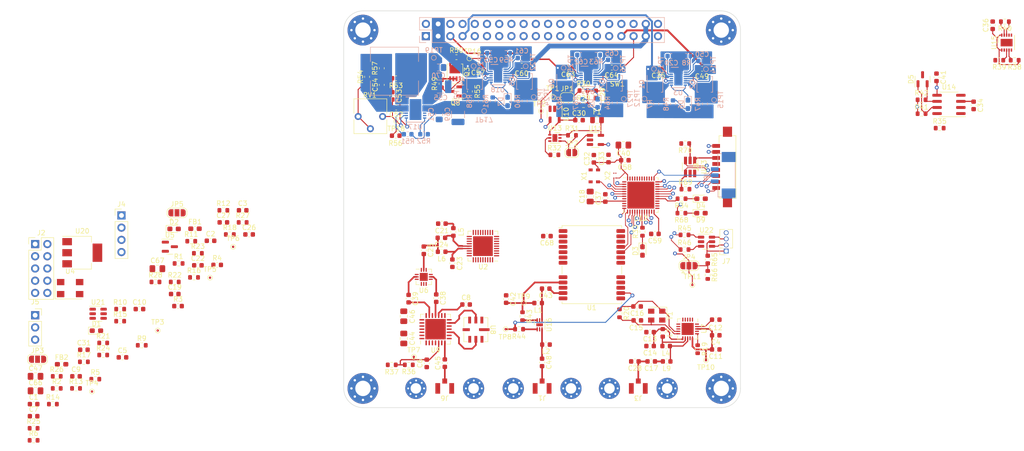
<source format=kicad_pcb>
(kicad_pcb (version 20211014) (generator pcbnew)

  (general
    (thickness 4.69)
  )

  (paper "A4")
  (layers
    (0 "F.Cu" signal)
    (1 "In1.Cu" signal)
    (2 "In2.Cu" signal)
    (31 "B.Cu" signal)
    (32 "B.Adhes" user "B.Adhesive")
    (33 "F.Adhes" user "F.Adhesive")
    (34 "B.Paste" user)
    (35 "F.Paste" user)
    (36 "B.SilkS" user "B.Silkscreen")
    (37 "F.SilkS" user "F.Silkscreen")
    (38 "B.Mask" user)
    (39 "F.Mask" user)
    (40 "Dwgs.User" user "User.Drawings")
    (41 "Cmts.User" user "User.Comments")
    (42 "Eco1.User" user "User.Eco1")
    (43 "Eco2.User" user "User.Eco2")
    (44 "Edge.Cuts" user)
    (45 "Margin" user)
    (46 "B.CrtYd" user "B.Courtyard")
    (47 "F.CrtYd" user "F.Courtyard")
    (48 "B.Fab" user)
    (49 "F.Fab" user)
    (50 "User.1" user)
    (51 "User.2" user)
    (52 "User.3" user)
    (53 "User.4" user)
    (54 "User.5" user)
    (55 "User.6" user)
    (56 "User.7" user)
    (57 "User.8" user)
    (58 "User.9" user)
  )

  (setup
    (stackup
      (layer "F.SilkS" (type "Top Silk Screen"))
      (layer "F.Paste" (type "Top Solder Paste"))
      (layer "F.Mask" (type "Top Solder Mask") (thickness 0.01))
      (layer "F.Cu" (type "copper") (thickness 0.035))
      (layer "dielectric 1" (type "core") (thickness 1.51) (material "FR4") (epsilon_r 4.5) (loss_tangent 0.02))
      (layer "In1.Cu" (type "copper") (thickness 0.035))
      (layer "dielectric 2" (type "prepreg") (thickness 1.51) (material "FR4") (epsilon_r 4.5) (loss_tangent 0.02))
      (layer "In2.Cu" (type "copper") (thickness 0.035))
      (layer "dielectric 3" (type "core") (thickness 1.51) (material "FR4") (epsilon_r 4.5) (loss_tangent 0.02))
      (layer "B.Cu" (type "copper") (thickness 0.035))
      (layer "B.Mask" (type "Bottom Solder Mask") (thickness 0.01))
      (layer "B.Paste" (type "Bottom Solder Paste"))
      (layer "B.SilkS" (type "Bottom Silk Screen"))
      (copper_finish "None")
      (dielectric_constraints no)
    )
    (pad_to_mask_clearance 0)
    (pcbplotparams
      (layerselection 0x00010fc_ffffffff)
      (disableapertmacros false)
      (usegerberextensions false)
      (usegerberattributes true)
      (usegerberadvancedattributes true)
      (creategerberjobfile true)
      (svguseinch false)
      (svgprecision 6)
      (excludeedgelayer true)
      (plotframeref false)
      (viasonmask false)
      (mode 1)
      (useauxorigin false)
      (hpglpennumber 1)
      (hpglpenspeed 20)
      (hpglpendiameter 15.000000)
      (dxfpolygonmode true)
      (dxfimperialunits true)
      (dxfusepcbnewfont true)
      (psnegative false)
      (psa4output false)
      (plotreference true)
      (plotvalue true)
      (plotinvisibletext false)
      (sketchpadsonfab false)
      (subtractmaskfromsilk false)
      (outputformat 1)
      (mirror false)
      (drillshape 1)
      (scaleselection 1)
      (outputdirectory "")
    )
  )

  (net 0 "")
  (net 1 "Net-(C1-Pad1)")
  (net 2 "GND")
  (net 3 "+3V3")
  (net 4 "/OpenLST (Beacon)/PA_VAPC")
  (net 5 "+3V8")
  (net 6 "/OpenLST (Beacon)/VDD_USB_LST")
  (net 7 "Net-(C12-Pad1)")
  (net 8 "Net-(C13-Pad2)")
  (net 9 "Net-(C15-Pad1)")
  (net 10 "Net-(C16-Pad1)")
  (net 11 "Net-(C17-Pad1)")
  (net 12 "Net-(C17-Pad2)")
  (net 13 "/MCU/MCU_POWER")
  (net 14 "Net-(C19-Pad1)")
  (net 15 "/3V3 power share/VCC_EN")
  (net 16 "Net-(C21-Pad2)")
  (net 17 "Net-(C22-Pad1)")
  (net 18 "Net-(C23-Pad2)")
  (net 19 "Net-(C24-Pad1)")
  (net 20 "Net-(C24-Pad2)")
  (net 21 "Net-(C25-Pad2)")
  (net 22 "Net-(C26-Pad1)")
  (net 23 "Net-(C29-Pad1)")
  (net 24 "/3V3 power share/EPS#1")
  (net 25 "Net-(C35-Pad2)")
  (net 26 "Net-(C38-Pad1)")
  (net 27 "Net-(C38-Pad2)")
  (net 28 "Net-(C39-Pad1)")
  (net 29 "Net-(C39-Pad2)")
  (net 30 "/MCU/VREF")
  (net 31 "Net-(C42-Pad1)")
  (net 32 "Net-(C43-Pad1)")
  (net 33 "Net-(C43-Pad2)")
  (net 34 "Net-(C45-Pad1)")
  (net 35 "Net-(C45-Pad2)")
  (net 36 "Net-(C48-Pad1)")
  (net 37 "Net-(C48-Pad2)")
  (net 38 "Net-(C49-Pad1)")
  (net 39 "/3V3 power share/EPS#2")
  (net 40 "Net-(C50-Pad1)")
  (net 41 "VIN")
  (net 42 "Net-(C52-Pad1)")
  (net 43 "Net-(C52-Pad2)")
  (net 44 "Net-(C53-Pad1)")
  (net 45 "Net-(C54-Pad1)")
  (net 46 "/Power Convertor/VBAT1/VCC_EN")
  (net 47 "/Power Convertor/EPS#1_VBAT")
  (net 48 "Net-(C57-Pad2)")
  (net 49 "Net-(C60-Pad1)")
  (net 50 "/Power Convertor/EPS#2_VBAT")
  (net 51 "Net-(C61-Pad1)")
  (net 52 "/5V power share/VCC_EN")
  (net 53 "/5V power share/EPS#1")
  (net 54 "Net-(C63-Pad2)")
  (net 55 "Net-(C64-Pad1)")
  (net 56 "/5V power share/EPS#2")
  (net 57 "Net-(C65-Pad1)")
  (net 58 "/OpenLST (Beacon)/USB_POWER_LST")
  (net 59 "Net-(D1-Pad2)")
  (net 60 "Net-(D2-Pad2)")
  (net 61 "Net-(D3-Pad1)")
  (net 62 "Net-(D4-Pad1)")
  (net 63 "/MCU/CAN_L")
  (net 64 "/MCU/CAN_H")
  (net 65 "Net-(D6-Pad1)")
  (net 66 "Net-(D6-Pad2)")
  (net 67 "Net-(D7-Pad1)")
  (net 68 "Net-(D7-Pad2)")
  (net 69 "Net-(D8-Pad1)")
  (net 70 "Net-(D8-Pad2)")
  (net 71 "Net-(D9-Pad1)")
  (net 72 "Net-(F1-Pad2)")
  (net 73 "Net-(FB1-Pad1)")
  (net 74 "/OpenLST (Beacon)/PROG_DD")
  (net 75 "/OpenLST (Beacon)/PROG_DC")
  (net 76 "unconnected-(J2-Pad5)")
  (net 77 "unconnected-(J2-Pad6)")
  (net 78 "unconnected-(J2-Pad7)")
  (net 79 "/OpenLST (Beacon)/~{LST_RESET}")
  (net 80 "unconnected-(J2-Pad9)")
  (net 81 "unconnected-(J2-Pad10)")
  (net 82 "Net-(J4-Pad2)")
  (net 83 "Net-(J4-Pad3)")
  (net 84 "Net-(J5-Pad2)")
  (net 85 "Net-(J5-Pad3)")
  (net 86 "/MCU/USB_POWER")
  (net 87 "Net-(J7-Pad2)")
  (net 88 "Net-(J7-Pad3)")
  (net 89 "/MCU/SWCLK")
  (net 90 "/MCU/SWDIO")
  (net 91 "/MCU/QSPI_D1{slash}CAM_CSN")
  (net 92 "/MCU/QSPI_D2{slash}CAM_MOSI")
  (net 93 "/MCU/QSPI_D3{slash}CAM_MISO")
  (net 94 "/MCU/LED1_QSPI")
  (net 95 "+5V")
  (net 96 "/I2C_SDA")
  (net 97 "/I2C_SCL")
  (net 98 "unconnected-(J12-Pad6)")
  (net 99 "unconnected-(J12-Pad8)")
  (net 100 "unconnected-(J12-Pad11)")
  (net 101 "unconnected-(J12-Pad12)")
  (net 102 "unconnected-(J12-Pad13)")
  (net 103 "unconnected-(J12-Pad14)")
  (net 104 "unconnected-(J12-Pad15)")
  (net 105 "unconnected-(J12-Pad16)")
  (net 106 "unconnected-(J12-Pad17)")
  (net 107 "unconnected-(J12-Pad18)")
  (net 108 "/MCU/RS_485_~{B}")
  (net 109 "/MCU/RS_485_A")
  (net 110 "unconnected-(J12-Pad23)")
  (net 111 "unconnected-(J12-Pad24)")
  (net 112 "/MCU/LED1_CAM")
  (net 113 "/MCU/QSPI_SCK")
  (net 114 "/MCU/QSPI_NCS")
  (net 115 "unconnected-(J12-Pad34)")
  (net 116 "unconnected-(J12-Pad36)")
  (net 117 "Net-(JP1-Pad1)")
  (net 118 "/MCU/NRST")
  (net 119 "Net-(JP2-Pad1)")
  (net 120 "Net-(JP2-Pad2)")
  (net 121 "/OpenLST (Beacon)/RF_EN")
  (net 122 "/OpenLST (Beacon)/RF_EN_MCU")
  (net 123 "/OpenLST (Beacon)/RF_PWR_EN")
  (net 124 "Net-(JP4-Pad3)")
  (net 125 "/MCU/VDD_USB")
  (net 126 "Net-(L3-Pad1)")
  (net 127 "Net-(L3-Pad2)")
  (net 128 "Net-(L4-Pad1)")
  (net 129 "Net-(L4-Pad2)")
  (net 130 "Net-(Q1-Pad5)")
  (net 131 "Net-(Q1-Pad4)")
  (net 132 "Net-(Q2-Pad4)")
  (net 133 "Net-(Q2-Pad5)")
  (net 134 "Net-(Q3-Pad4)")
  (net 135 "Net-(Q3-Pad5)")
  (net 136 "Net-(Q4-Pad5)")
  (net 137 "Net-(Q4-Pad4)")
  (net 138 "Net-(Q5-Pad4)")
  (net 139 "Net-(Q5-Pad5)")
  (net 140 "Net-(Q6-Pad5)")
  (net 141 "Net-(Q6-Pad4)")
  (net 142 "Net-(Q7-Pad4)")
  (net 143 "Net-(Q7-Pad5)")
  (net 144 "/OpenLST (Beacon)/~{LST_RX_MODE}")
  (net 145 "/OpenLST (Beacon)/LST_TX_MODE")
  (net 146 "Net-(R3-Pad2)")
  (net 147 "Net-(R4-Pad2)")
  (net 148 "Net-(R5-Pad1)")
  (net 149 "/OpenLST (Beacon)/USB_N")
  (net 150 "/OpenLST (Beacon)/USB_P")
  (net 151 "Net-(R6-Pad2)")
  (net 152 "Net-(R8-Pad2)")
  (net 153 "Net-(R9-Pad1)")
  (net 154 "/OpenLST (Beacon)/UART0_CTS")
  (net 155 "Net-(R10-Pad1)")
  (net 156 "/OpenLST (Beacon)/UART0_RTS")
  (net 157 "Net-(R11-Pad1)")
  (net 158 "/OpenLST (Beacon)/UART0_RX")
  (net 159 "Net-(R12-Pad1)")
  (net 160 "/OpenLST (Beacon)/UART0_TX")
  (net 161 "Net-(R15-Pad2)")
  (net 162 "Net-(R16-Pad2)")
  (net 163 "Net-(R17-Pad1)")
  (net 164 "Net-(R17-Pad2)")
  (net 165 "Net-(R19-Pad2)")
  (net 166 "/OpenLST (Beacon)/AN0")
  (net 167 "/OpenLST (Beacon)/AN1")
  (net 168 "Net-(R25-Pad2)")
  (net 169 "/OpenLST (Beacon)/RF_BYP")
  (net 170 "Net-(R32-Pad1)")
  (net 171 "/MCU/LED2")
  (net 172 "/MCU/CAN_RS")
  (net 173 "/MCU/RS_485_R_EN")
  (net 174 "/MCU/RS_485_T_EN")
  (net 175 "Net-(R43-Pad2)")
  (net 176 "Net-(R44-Pad1)")
  (net 177 "Net-(R44-Pad2)")
  (net 178 "Net-(R45-Pad1)")
  (net 179 "/MCU/USB_N")
  (net 180 "/MCU/USB_P")
  (net 181 "Net-(R46-Pad2)")
  (net 182 "Net-(R51-Pad2)")
  (net 183 "Net-(R52-Pad1)")
  (net 184 "Net-(R54-Pad2)")
  (net 185 "Net-(R59-Pad2)")
  (net 186 "Net-(R63-Pad2)")
  (net 187 "unconnected-(U1-Pad1)")
  (net 188 "unconnected-(U1-Pad3)")
  (net 189 "/GPS Module/IRQ")
  (net 190 "unconnected-(U1-Pad5)")
  (net 191 "unconnected-(U1-Pad6)")
  (net 192 "/GPS Module/RESET")
  (net 193 "unconnected-(U1-Pad15)")
  (net 194 "unconnected-(U1-Pad16)")
  (net 195 "unconnected-(U1-Pad17)")
  (net 196 "/GPS Module/TXD")
  (net 197 "/GPS Module/RXD")
  (net 198 "unconnected-(U2-Pad8)")
  (net 199 "unconnected-(U2-Pad18)")
  (net 200 "unconnected-(U2-Pad20)")
  (net 201 "/MCU/NRF_CE")
  (net 202 "/MCU/NRF_SPI_CSN")
  (net 203 "/MCU/NRF_SPI_SCK")
  (net 204 "/MCU/NRF_SPI_MOSI")
  (net 205 "/MCU/NRF_SPI_MISO")
  (net 206 "/MCU/NRF_IRQ")
  (net 207 "Net-(U8-Pad2)")
  (net 208 "Net-(U8-Pad6)")
  (net 209 "unconnected-(U9-Pad14)")
  (net 210 "unconnected-(U9-Pad16)")
  (net 211 "unconnected-(U9-Pad25)")
  (net 212 "unconnected-(U10-Pad3)")
  (net 213 "/MCU/WDG_RESET")
  (net 214 "unconnected-(U11-Pad3)")
  (net 215 "unconnected-(U12-Pad1)")
  (net 216 "/MCU/LSE")
  (net 217 "/MCU/HSE")
  (net 218 "/MCU/CAN_RX")
  (net 219 "/MCU/CAN_TX")
  (net 220 "unconnected-(U13-Pad3)")
  (net 221 "/MCU/RS_485_R")
  (net 222 "/MCU/RS_485_T")
  (net 223 "unconnected-(U15-Pad7)")
  (net 224 "unconnected-(X1-Pad1)")
  (net 225 "unconnected-(U6-Pad4)")
  (net 226 "/camera/CAM_VCC")
  (net 227 "Net-(R70-Pad1)")

  (footprint "Capacitor_SMD:C_0805_2012Metric_Pad1.18x1.45mm_HandSolder" (layer "F.Cu") (at 143.1544 71.9044))

  (footprint "TCY_Buttons:KMT031NGJLHS" (layer "F.Cu") (at 141.8844 61.5881))

  (footprint "Resistor_SMD:R_0603_1608Metric" (layer "F.Cu") (at 98.5276 117.602))

  (footprint "Resistor_SMD:R_0603_1608Metric" (layer "F.Cu") (at 205.1586 62.484))

  (footprint "Package_DFN_QFN:QFN-20-1EP_4x4mm_P0.5mm_EP2.5x2.5mm" (layer "F.Cu") (at 156.5148 110.1344 -90))

  (footprint "MountingHole:MountingHole_3.2mm_M3_Pad_Via" (layer "F.Cu") (at 163.5 122.5))

  (footprint "Resistor_SMD:R_0603_1608Metric" (layer "F.Cu") (at 34.9824 113.0448))

  (footprint "Capacitor_SMD:C_0603_1608Metric" (layer "F.Cu") (at 98.4905 103.8352 -90))

  (footprint "LED_SMD:LED_0603_1608Metric_Pad1.05x0.95mm_HandSolder" (layer "F.Cu") (at 49.7274 89.3348))

  (footprint "Capacitor_SMD:C_0805_2012Metric_Pad1.18x1.45mm_HandSolder" (layer "F.Cu") (at 46.2524 97.6048))

  (footprint "Resistor_SMD:R_0603_1608Metric" (layer "F.Cu") (at 63.9824 87.9748))

  (footprint "Resistor_SMD:R_0603_1608Metric" (layer "F.Cu") (at 222.4814 46.228 180))

  (footprint "Inductor_SMD:L_0603_1608Metric" (layer "F.Cu") (at 107.7976 89.9668 -90))

  (footprint "Package_TO_SOT_SMD:SOT-23" (layer "F.Cu") (at 48.8424 93.0348))

  (footprint "Resistor_SMD:R_0603_1608Metric" (layer "F.Cu") (at 121.4628 110.1852))

  (footprint "MountingHole:MountingHole_3.2mm_M3_Pad_Via" (layer "F.Cu") (at 89 48))

  (footprint "Resistor_SMD:R_0603_1608Metric" (layer "F.Cu") (at 61.3124 90.4848))

  (footprint "Package_TO_SOT_SMD:SOT-23-6" (layer "F.Cu") (at 160.4386 91.9988))

  (footprint "Capacitor_SMD:C_0603_1608Metric" (layer "F.Cu") (at 105.41 88.2396))

  (footprint "Capacitor_SMD:C_0603_1608Metric" (layer "F.Cu") (at 127.254 90.8304 180))

  (footprint "Package_TO_SOT_SMD:SOT-223-3_TabPin2" (layer "F.Cu") (at 30.6324 94.2848))

  (footprint "Capacitor_SMD:C_0603_1608Metric" (layer "F.Cu") (at 215.979 63.6524 -90))

  (footprint "Resistor_SMD:R_0603_1608Metric" (layer "F.Cu") (at 156.0068 71.5772 180))

  (footprint "Capacitor_SMD:C_0603_1608Metric" (layer "F.Cu") (at 42.5224 106.0048))

  (footprint "Inductor_SMD:L_0603_1608Metric" (layer "F.Cu") (at 127.0508 113.3856))

  (footprint "TCY_Connector:TestPoint_Pad_D0.5mm" (layer "F.Cu") (at 57.192969 99.475369))

  (footprint "RF_GPS:ublox_NEO" (layer "F.Cu") (at 136.6012 96.774))

  (footprint "Package_TO_SOT_SMD:SOT-23-6_Handsoldering" (layer "F.Cu") (at 157.0228 76.454 -90))

  (footprint "Capacitor_SMD:C_0603_1608Metric" (layer "F.Cu") (at 20.5124 128.2748))

  (footprint "Resistor_SMD:R_0603_1608Metric" (layer "F.Cu") (at 24.5224 125.7648))

  (footprint "Inductor_SMD:L_0603_1608Metric" (layer "F.Cu") (at 105.3344 59.1454 90))

  (footprint "Resistor_SMD:R_0603_1608Metric" (layer "F.Cu") (at 158.5976 114.3508 90))

  (footprint "Jumper:SolderJumper-2_P1.3mm_Open_RoundedPad1.0x1.5mm" (layer "F.Cu") (at 132.4108 73.4753 180))

  (footprint "Capacitor_SMD:C_0603_1608Metric" (layer "F.Cu") (at 118.7704 103.9238 90))

  (footprint "Jumper:SolderJumper-2_P1.3mm_Open_RoundedPad1.0x1.5mm" (layer "F.Cu") (at 131.4456 61.9945))

  (footprint "Inductor_SMD:L_0603_1608Metric" (layer "F.Cu") (at 95.8596 58.0136))

  (footprint "Capacitor_SMD:C_0603_1608Metric" (layer "F.Cu") (at 133.9218 66.7189))

  (footprint "TCY_Connector:TestPoint_Pad_D0.5mm" (layer "F.Cu") (at 62.002969 93.055369))

  (footprint "Capacitor_SMD:C_0603_1608Metric" (layer "F.Cu") (at 127 101.7524 180))

  (footprint "Jumper:SolderJumper-3_P1.3mm_Open_RoundedPad1.0x1.5mm" (layer "F.Cu") (at 156.781 96.9871))

  (footprint "Capacitor_SMD:C_0603_1608Metric" (layer "F.Cu") (at 148.7046 113.6904))

  (footprint "MountingHole:MountingHole_3.2mm_M3_Pad_Via" (layer "F.Cu") (at 163.5 48))

  (footprint "Resistor_SMD:R_0603_1608Metric" (layer "F.Cu") (at 53.8724 99.4148))

  (footprint "Resistor_SMD:R_0603_1608Metric" (layer "F.Cu") (at 43.0024 113.5348))

  (footprint "Resistor_SMD:R_0603_1608Metric" (layer "F.Cu") (at 134.8492 60.5721))

  (footprint "Resistor_SMD:R_0603_1608Metric" (layer "F.Cu") (at 155.2448 83.058 180))

  (footprint "Capacitor_SMD:C_0603_1608Metric" (layer "F.Cu") (at 122.0216 55.4228))

  (footprint "Capacitor_SMD:C_0603_1608Metric" (layer "F.Cu") (at 54.6724 96.9048))

  (footprint "Jumper:SolderJumper-3_P1.3mm_Open_RoundedPad1.0x1.5mm" (layer "F.Cu") (at 50.3324 85.9848))

  (footprint "TCY_Connector:TestPoint_Pad_D0.5mm" (layer "F.Cu") (at 122.428 104.6988))

  (footprint "Resistor_SMD:R_0603_1608Metric" (layer "F.Cu") (at 34.9824 115.5548))

  (footprint "Resistor_SMD:R_0603_1608Metric" (layer "F.Cu") (at 59.9724 85.4648))

  (footprint "Connector_PinHeader_2.54mm:PinHeader_1x04_P2.54mm_Vertical" (layer "F.Cu") (at 38.7824 86.5348))

  (footprint "Capacitor_SMD:C_0805_2012Metric_Pad1.18x1.45mm_HandSolder" (layer "F.Cu") (at 20.9124 119.9948))

  (footprint "Capacitor_SMD:C_0603_1608Metric" (layer "F.Cu") (at 139.3952 82.9056 90))

  (footprint "Resistor_SMD:R_0603_1608Metric" (layer "F.Cu") (at 155.8666 90.5764 180))

  (footprint "Resistor_SMD:R_0603_1608Metric" (layer "F.Cu")
    (tedit 5F68FEEE) (tstamp 50a094e9-d2c1-477f-a23e-76fdc0f40352)
    (at 20.5124 130.7848)
    (descr "Resistor SMD 0603 (1608 Metric), square (rectangular) end terminal, IPC_7351 nominal, (Body size source: IPC-SM-782 page 72, https://www.pcb-3d.com/wordpress/wp-content/uploads/ipc-sm-782a_amendment_1_and_2.pdf), generated with kicad-footprint-generator")
    (tags "resistor")
    (property "Sheetfile" "OpenLST.kicad_sch")
    (property "Sheetname" "OpenLST (Beacon)")
    (path "/829b2795-9702-4633-a078-e2998d6d9402/00000000-0000-0000-0000-00005b332172")
    (attr smd)
    (fp_text reference "R25" (at 0 -1.43) (layer "F.SilkS")
      (effects (font (size 1 1) (thickness 0.15)))
      (tstamp 3139921f-db5a-4426-a878-942f589611b5)
    )
    (fp_text value "DNI" (at 0 1.43) (layer "F.Fab")
      (effects (font (size 1 1) (thickness 0.15)))
      (tstamp 9000443d-241b-4fa4-8f82-e9e0715c5085)
... [877773 chars truncated]
</source>
